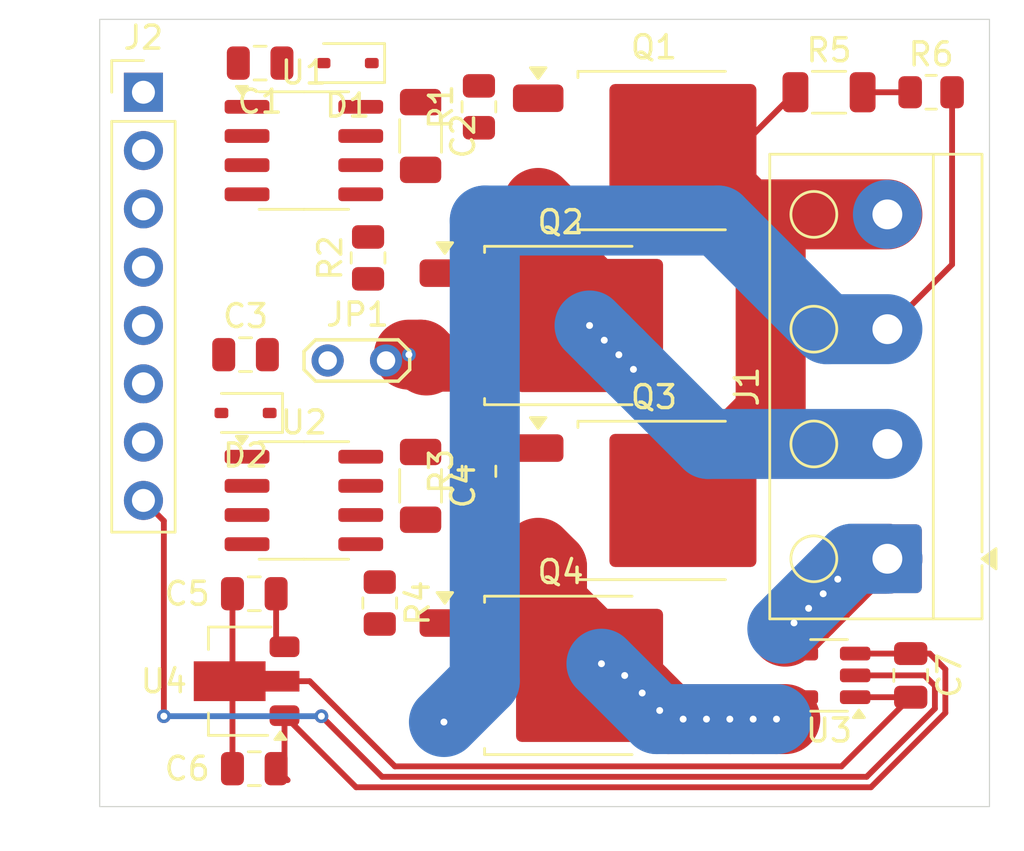
<source format=kicad_pcb>
(kicad_pcb (version 20241229) (generator "pcbnew") (generator_version "9.0")
  (layers (0 "F.Cu" signal) (2 "B.Cu" signal) (13 "F.Paste" user) (15 "B.Paste" user) (5 "F.SilkS" user "F.Silkscreen") (7 "B.SilkS" user "B.Silkscreen") (1 "F.Mask" user) (3 "B.Mask" user) (25 "Edge.Cuts" user))
  (net 0 "")
  (net 1 "GND")
  (net 2 "+15V")
  (net 3 "Net-(D2-K)")
  (net 4 "Net-(D1-K)")
  (net 5 "+5V")
  (net 6 "VBUS")
  (net 7 "/EN")
  (net 8 "/SW2")
  (net 9 "/Isense")
  (net 10 "/SW1")
  (net 11 "/Vsense")
  (net 12 "Net-(Q1-G)")
  (net 13 "Net-(Q2-G)")
  (net 14 "Net-(Q3-G)")
  (net 15 "Net-(Q4-G)")
  (net 16 "Net-(U1-HO)")
  (net 17 "Net-(U1-LO)")
  (net 18 "Net-(U2-HO)")
  (net 19 "Net-(U2-LO)")
  (net 20 "Net-(J1-Pin_1)")
  (net 21 "/SW1_PWR")
  (net 22 "/SW2_PWR")
  (net 23 "GNDPWR")
  (footprint "Package_TO_SOT_SMD:TO-252-2" (layer "F.Cu") (at 166.116 88.9)
    (property "Reference" "Q2" (at 0 -4.5 0) (layer "F.SilkS"))
    (property "Value" "IPD60R360PFD7S")
    (fp_line (start -3.31 -3.45) (end -3.31 -3.18) (stroke (width 0.12)) (layer "F.SilkS"))
    (fp_line (start -3.31 3.45) (end -3.31 3.18) (stroke (width 0.12)) (layer "F.SilkS"))
    (fp_line (start 3.11 -3.45) (end -3.31 -3.45) (stroke (width 0.12)) (layer "F.SilkS"))
    (fp_line (start 3.11 3.45) (end -3.31 3.45) (stroke (width 0.12)) (layer "F.SilkS"))
    (fp_poly (pts (xy -5.04 -3.14) (xy -5.38 -3.61) (xy -4.7 -3.61)) (stroke (width 0.12)) (fill yes) (layer "F.SilkS"))
    (pad "1" smd roundrect (at -5.04 -2.28) (size 2.2 1.2) (layers "F.Cu" "F.Mask" "F.Paste") (roundrect_rratio 0.208333) (net 13 "Net-(Q2-G)"))
    (pad "2" smd roundrect (at 1.26 0) (size 6.4 5.8) (layers "F.Cu" "F.Mask") (roundrect_rratio 0.043103) (net 21 "/SW1_PWR"))
    (pad "3" smd roundrect (at -5.04 2.28) (size 2.2 1.2) (layers "F.Cu" "F.Mask" "F.Paste") (roundrect_rratio 0.208333) (net 23 "GNDPWR"))
  )
  (footprint "Resistor_SMD:R_0805_2012Metric" (layer "F.Cu") (at 158.242 100.9885 -90)
    (property "Reference" "R4" (at 0 -1.65 90) (layer "F.SilkS"))
    (property "Value" "0")
    (fp_line (start -0.227064 0.735) (end 0.227064 0.735) (stroke (width 0.12)) (layer "F.SilkS"))
    (fp_line (start -0.227064 -0.735) (end 0.227064 -0.735) (stroke (width 0.12)) (layer "F.SilkS"))
    (pad "1" smd roundrect (at -0.9125 0 270) (size 1.025 1.4) (layers "F.Cu" "F.Mask" "F.Paste") (roundrect_rratio 0.243902) (net 19 "Net-(U2-LO)"))
    (pad "2" smd roundrect (at 0.9125 0 270) (size 1.025 1.4) (layers "F.Cu" "F.Mask" "F.Paste") (roundrect_rratio 0.243902) (net 15 "Net-(Q4-G)"))
  )
  (footprint "Resistor_SMD:R_1206_3216Metric" (layer "F.Cu") (at 177.8 78.74)
    (property "Reference" "R5" (at 0 -1.83 0) (layer "F.SilkS"))
    (property "Value" "2M")
    (fp_line (start -0.727064 -0.91) (end 0.727064 -0.91) (stroke (width 0.12)) (layer "F.SilkS"))
    (fp_line (start -0.727064 0.91) (end 0.727064 0.91) (stroke (width 0.12)) (layer "F.SilkS"))
    (pad "1" smd roundrect (at -1.4625 0) (size 1.125 1.75) (layers "F.Cu" "F.Mask" "F.Paste") (roundrect_rratio 0.222222) (net 6 "VBUS"))
    (pad "2" smd roundrect (at 1.4625 0) (size 1.125 1.75) (layers "F.Cu" "F.Mask" "F.Paste") (roundrect_rratio 0.222222) (net 11 "/Vsense"))
  )
  (footprint "Package_SO:SOIC-8_3.9x4.9mm_P1.27mm" (layer "F.Cu") (at 154.94 96.52)
    (property "Reference" "U2" (at 0 -3.4 0) (layer "F.SilkS"))
    (property "Value" "IRS2008S")
    (fp_line (start 0 -2.56) (end -1.95 -2.56) (stroke (width 0.12)) (layer "F.SilkS"))
    (fp_line (start 0 -2.56) (end 1.95 -2.56) (stroke (width 0.12)) (layer "F.SilkS"))
    (fp_line (start 0 2.56) (end -1.95 2.56) (stroke (width 0.12)) (layer "F.SilkS"))
    (fp_line (start 0 2.56) (end 1.95 2.56) (stroke (width 0.12)) (layer "F.SilkS"))
    (fp_poly (pts (xy -2.7 -2.465) (xy -2.94 -2.795) (xy -2.46 -2.795)) (stroke (width 0.12)) (fill yes) (layer "F.SilkS"))
    (pad "1" smd roundrect (at -2.475 -1.905) (size 1.95 0.6) (layers "F.Cu" "F.Mask" "F.Paste") (net 2 "+15V"))
    (pad "2" smd roundrect (at -2.475 -0.635) (size 1.95 0.6) (layers "F.Cu" "F.Mask" "F.Paste") (net 8 "/SW2"))
    (pad "3" smd roundrect (at -2.475 0.635) (size 1.95 0.6) (layers "F.Cu" "F.Mask" "F.Paste") (net 7 "/EN"))
    (pad "4" smd roundrect (at -2.475 1.905) (size 1.95 0.6) (layers "F.Cu" "F.Mask" "F.Paste") (net 1 "GND"))
    (pad "5" smd roundrect (at 2.475 1.905) (size 1.95 0.6) (layers "F.Cu" "F.Mask" "F.Paste") (net 19 "Net-(U2-LO)"))
    (pad "6" smd roundrect (at 2.475 0.635) (size 1.95 0.6) (layers "F.Cu" "F.Mask" "F.Paste") (net 22 "/SW2_PWR"))
    (pad "7" smd roundrect (at 2.475 -0.635) (size 1.95 0.6) (layers "F.Cu" "F.Mask" "F.Paste") (net 18 "Net-(U2-HO)"))
    (pad "8" smd roundrect (at 2.475 -1.905) (size 1.95 0.6) (layers "F.Cu" "F.Mask" "F.Paste") (net 3 "Net-(D2-K)"))
  )
  (footprint "Resistor_SMD:R_0805_2012Metric" (layer "F.Cu") (at 157.734 85.9555 90)
    (property "Reference" "R2" (at 0 -1.65 90) (layer "F.SilkS"))
    (property "Value" "0")
    (fp_line (start -0.227064 -0.735) (end 0.227064 -0.735) (stroke (width 0.12)) (layer "F.SilkS"))
    (fp_line (start -0.227064 0.735) (end 0.227064 0.735) (stroke (width 0.12)) (layer "F.SilkS"))
    (pad "1" smd roundrect (at -0.9125 0 90) (size 1.025 1.4) (layers "F.Cu" "F.Mask" "F.Paste") (roundrect_rratio 0.243902) (net 17 "Net-(U1-LO)"))
    (pad "2" smd roundrect (at 0.9125 0 90) (size 1.025 1.4) (layers "F.Cu" "F.Mask" "F.Paste") (roundrect_rratio 0.243902) (net 13 "Net-(Q2-G)"))
  )
  (footprint "Package_TO_SOT_SMD:TO-252-2" (layer "F.Cu") (at 170.18 81.28)
    (property "Reference" "Q1" (at 0 -4.5 0) (layer "F.SilkS"))
    (property "Value" "IPD60R360PFD7S")
    (fp_line (start -3.31 -3.45) (end -3.31 -3.18) (stroke (width 0.12)) (layer "F.SilkS"))
    (fp_line (start -3.31 3.45) (end -3.31 3.18) (stroke (width 0.12)) (layer "F.SilkS"))
    (fp_line (start 3.11 -3.45) (end -3.31 -3.45) (stroke (width 0.12)) (layer "F.SilkS"))
    (fp_line (start 3.11 3.45) (end -3.31 3.45) (stroke (width 0.12)) (layer "F.SilkS"))
    (fp_poly (pts (xy -5.04 -3.14) (xy -5.38 -3.61) (xy -4.7 -3.61)) (stroke (width 0.12)) (fill yes) (layer "F.SilkS"))
    (pad "1" smd roundrect (at -5.04 -2.28) (size 2.2 1.2) (layers "F.Cu" "F.Mask" "F.Paste") (roundrect_rratio 0.208333) (net 12 "Net-(Q1-G)"))
    (pad "2" smd roundrect (at 1.26 0) (size 6.4 5.8) (layers "F.Cu" "F.Mask") (roundrect_rratio 0.043103) (net 6 "VBUS"))
    (pad "3" smd roundrect (at -5.04 2.28) (size 2.2 1.2) (layers "F.Cu" "F.Mask" "F.Paste") (roundrect_rratio 0.208333) (net 21 "/SW1_PWR"))
  )
  (footprint "Resistor_SMD:R_0805_2012Metric" (layer "F.Cu") (at 162.56 79.375 90)
    (property "Reference" "R1" (at 0 -1.65 90) (layer "F.SilkS"))
    (property "Value" "0")
    (fp_line (start -0.227064 -0.735) (end 0.227064 -0.735) (stroke (width 0.12)) (layer "F.SilkS"))
    (fp_line (start -0.227064 0.735) (end 0.227064 0.735) (stroke (width 0.12)) (layer "F.SilkS"))
    (pad "1" smd roundrect (at -0.9125 0 90) (size 1.025 1.4) (layers "F.Cu" "F.Mask" "F.Paste") (roundrect_rratio 0.243902) (net 16 "Net-(U1-HO)"))
    (pad "2" smd roundrect (at 0.9125 0 90) (size 1.025 1.4) (layers "F.Cu" "F.Mask" "F.Paste") (roundrect_rratio 0.243902) (net 12 "Net-(Q1-G)"))
  )
  (footprint "Capacitor_SMD:C_0805_2012Metric" (layer "F.Cu") (at 181.356 104.14 -90)
    (property "Reference" "C7" (at 0 -1.68 90) (layer "F.SilkS"))
    (property "Value" "0.15u")
    (fp_line (start -0.261252 0.735) (end 0.261252 0.735) (stroke (width 0.12)) (layer "F.SilkS"))
    (fp_line (start -0.261252 -0.735) (end 0.261252 -0.735) (stroke (width 0.12)) (layer "F.SilkS"))
    (pad "1" smd roundrect (at -0.95 0 270) (size 1 1.45) (layers "F.Cu" "F.Mask" "F.Paste") (net 5 "+5V"))
    (pad "2" smd roundrect (at 0.95 0 270) (size 1 1.45) (layers "F.Cu" "F.Mask" "F.Paste") (net 1 "GND"))
  )
  (footprint "Connector_PinHeader_2.54mm:PinHeader_1x08_P2.54mm_Vertical" (layer "F.Cu") (at 147.955 78.74)
    (property "Reference" "J2" (at 0 -2.38 0) (layer "F.SilkS"))
    (property "Value" "Conn_01x08_Pin")
    (fp_line (start -1.38 -1.38) (end 0 -1.38) (stroke (width 0.12)) (layer "F.SilkS"))
    (fp_line (start -1.38 0) (end -1.38 -1.38) (stroke (width 0.12)) (layer "F.SilkS"))
    (fp_line (start -1.38 1.27) (end -1.38 19.16) (stroke (width 0.12)) (layer "F.SilkS"))
    (fp_line (start -1.38 1.27) (end 1.38 1.27) (stroke (width 0.12)) (layer "F.SilkS"))
    (fp_line (start -1.38 19.16) (end 1.38 19.16) (stroke (width 0.12)) (layer "F.SilkS"))
    (fp_line (start 1.38 1.27) (end 1.38 19.16) (stroke (width 0.12)) (layer "F.SilkS"))
    (pad "1" thru_hole rect (at 0 0) (size 1.7 1.7) (drill 1) (layers "*.Cu" "*.Mask") (net 2 "+15V"))
    (pad "2" thru_hole circle (at 0 2.54) (size 1.7 1.7) (drill 1) (layers "*.Cu" "*.Mask") (net 5 "+5V"))
    (pad "3" thru_hole circle (at 0 5.08) (size 1.7 1.7) (drill 1) (layers "*.Cu" "*.Mask") (net 1 "GND"))
    (pad "4" thru_hole circle (at 0 7.62) (size 1.7 1.7) (drill 1) (layers "*.Cu" "*.Mask") (net 10 "/SW1"))
    (pad "5" thru_hole circle (at 0 10.16) (size 1.7 1.7) (drill 1) (layers "*.Cu" "*.Mask") (net 8 "/SW2"))
    (pad "6" thru_hole circle (at 0 12.7) (size 1.7 1.7) (drill 1) (layers "*.Cu" "*.Mask") (net 7 "/EN"))
    (pad "7" thru_hole circle (at 0 15.24) (size 1.7 1.7) (drill 1) (layers "*.Cu" "*.Mask") (net 11 "/Vsense"))
    (pad "8" thru_hole circle (at 0 17.78) (size 1.7 1.7) (drill 1) (layers "*.Cu" "*.Mask") (net 9 "/Isense"))
  )
  (footprint "Package_TO_SOT_SMD:TO-252-2" (layer "F.Cu") (at 166.116 104.14)
    (property "Reference" "Q4" (at 0 -4.5 0) (layer "F.SilkS"))
    (property "Value" "IPD60R360PFD7S")
    (fp_line (start -3.31 -3.45) (end -3.31 -3.18) (stroke (width 0.12)) (layer "F.SilkS"))
    (fp_line (start -3.31 3.45) (end -3.31 3.18) (stroke (width 0.12)) (layer "F.SilkS"))
    (fp_line (start 3.11 -3.45) (end -3.31 -3.45) (stroke (width 0.12)) (layer "F.SilkS"))
    (fp_line (start 3.11 3.45) (end -3.31 3.45) (stroke (width 0.12)) (layer "F.SilkS"))
    (fp_poly (pts (xy -5.04 -3.14) (xy -5.38 -3.61) (xy -4.7 -3.61)) (stroke (width 0.12)) (fill yes) (layer "F.SilkS"))
    (pad "1" smd roundrect (at -5.04 -2.28) (size 2.2 1.2) (layers "F.Cu" "F.Mask" "F.Paste") (roundrect_rratio 0.208333) (net 15 "Net-(Q4-G)"))
    (pad "2" smd roundrect (at 1.26 0) (size 6.4 5.8) (layers "F.Cu" "F.Mask") (roundrect_rratio 0.043103) (net 22 "/SW2_PWR"))
    (pad "3" smd roundrect (at -5.04 2.28) (size 2.2 1.2) (layers "F.Cu" "F.Mask" "F.Paste") (roundrect_rratio 0.208333) (net 23 "GNDPWR"))
  )
  (footprint "Package_TO_SOT_SMD:TO-252-2" (layer "F.Cu") (at 170.18 96.52)
    (property "Reference" "Q3" (at 0 -4.5 0) (layer "F.SilkS"))
    (property "Value" "IPD60R360PFD7S")
    (fp_line (start -3.31 -3.45) (end -3.31 -3.18) (stroke (width 0.12)) (layer "F.SilkS"))
    (fp_line (start -3.31 3.45) (end -3.31 3.18) (stroke (width 0.12)) (layer "F.SilkS"))
    (fp_line (start 3.11 -3.45) (end -3.31 -3.45) (stroke (width 0.12)) (layer "F.SilkS"))
    (fp_line (start 3.11 3.45) (end -3.31 3.45) (stroke (width 0.12)) (layer "F.SilkS"))
    (fp_poly (pts (xy -5.04 -3.14) (xy -5.38 -3.61) (xy -4.7 -3.61)) (stroke (width 0.12)) (fill yes) (layer "F.SilkS"))
    (pad "1" smd roundrect (at -5.04 -2.28) (size 2.2 1.2) (layers "F.Cu" "F.Mask" "F.Paste") (roundrect_rratio 0.208333) (net 14 "Net-(Q3-G)"))
    (pad "2" smd roundrect (at 1.26 0) (size 6.4 5.8) (layers "F.Cu" "F.Mask") (roundrect_rratio 0.043103) (net 6 "VBUS"))
    (pad "3" smd roundrect (at -5.04 2.28) (size 2.2 1.2) (layers "F.Cu" "F.Mask" "F.Paste") (roundrect_rratio 0.208333) (net 22 "/SW2_PWR"))
  )
  (footprint "Capacitor_SMD:C_0805_2012Metric" (layer "F.Cu") (at 152.781 108.204 180)
    (property "Reference" "C6" (at 2.921 0 0) (layer "F.SilkS"))
    (property "Value" "0.15u")
    (fp_line (start -0.261252 0.735) (end 0.261252 0.735) (stroke (width 0.12)) (layer "F.SilkS"))
    (fp_line (start -0.261252 -0.735) (end 0.261252 -0.735) (stroke (width 0.12)) (layer "F.SilkS"))
    (pad "1" smd roundrect (at -0.95 0 180) (size 1 1.45) (layers "F.Cu" "F.Mask" "F.Paste") (net 5 "+5V"))
    (pad "2" smd roundrect (at 0.95 0 180) (size 1 1.45) (layers "F.Cu" "F.Mask" "F.Paste") (net 1 "GND"))
  )
  (footprint "Capacitor_SMD:C_0805_2012Metric" (layer "F.Cu") (at 152.781 100.584 180)
    (property "Reference" "C5" (at 2.921 0 0) (layer "F.SilkS"))
    (property "Value" "0.33u")
    (fp_line (start -0.261252 0.735) (end 0.261252 0.735) (stroke (width 0.12)) (layer "F.SilkS"))
    (fp_line (start -0.261252 -0.735) (end 0.261252 -0.735) (stroke (width 0.12)) (layer "F.SilkS"))
    (pad "1" smd roundrect (at -0.95 0 180) (size 1 1.45) (layers "F.Cu" "F.Mask" "F.Paste") (net 2 "+15V"))
    (pad "2" smd roundrect (at 0.95 0 180) (size 1 1.45) (layers "F.Cu" "F.Mask" "F.Paste") (net 1 "GND"))
  )
  (footprint "Capacitor_SMD:C_1206_3216Metric" (layer "F.Cu") (at 160.02 80.645 -90)
    (property "Reference" "C2" (at 0 -1.85 90) (layer "F.SilkS"))
    (property "Value" "100n")
    (fp_line (start -0.711252 0.91) (end 0.711252 0.91) (stroke (width 0.12)) (layer "F.SilkS"))
    (fp_line (start -0.711252 -0.91) (end 0.711252 -0.91) (stroke (width 0.12)) (layer "F.SilkS"))
    (pad "1" smd roundrect (at -1.475 0 270) (size 1.15 1.8) (layers "F.Cu" "F.Mask" "F.Paste") (roundrect_rratio 0.217391) (net 4 "Net-(D1-K)"))
    (pad "2" smd roundrect (at 1.475 0 270) (size 1.15 1.8) (layers "F.Cu" "F.Mask" "F.Paste") (roundrect_rratio 0.217391) (net 21 "/SW1_PWR"))
  )
  (footprint "TestPoint:TestPoint_2Pads_Pitch2.54mm_Drill0.8mm" (layer "F.Cu") (at 155.976 90.424)
    (property "Reference" "JP1" (at 1.3 -2 0) (layer "F.SilkS"))
    (property "Value" "Jumper_2_Bridged")
    (fp_line (start -1.03 -0.4) (end -0.53 -0.9) (stroke (width 0.15)) (layer "F.SilkS"))
    (fp_line (start -1.03 0.4) (end -1.03 -0.4) (stroke (width 0.15)) (layer "F.SilkS"))
    (fp_line (start -0.53 -0.9) (end 3.07 -0.9) (stroke (width 0.15)) (layer "F.SilkS"))
    (fp_line (start -0.53 0.9) (end -1.03 0.4) (stroke (width 0.15)) (layer "F.SilkS"))
    (fp_line (start 3.07 -0.9) (end 3.57 -0.4) (stroke (width 0.15)) (layer "F.SilkS"))
    (fp_line (start 3.07 0.9) (end -0.53 0.9) (stroke (width 0.15)) (layer "F.SilkS"))
    (fp_line (start 3.57 -0.4) (end 3.57 0.4) (stroke (width 0.15)) (layer "F.SilkS"))
    (fp_line (start 3.57 0.4) (end 3.07 0.9) (stroke (width 0.15)) (layer "F.SilkS"))
    (pad "1" thru_hole circle (at 0 0) (size 1.4 1.4) (drill 0.8) (layers "*.Cu" "*.Mask") (net 1 "GND"))
    (pad "2" thru_hole circle (at 2.54 0) (size 1.4 1.4) (drill 0.8) (layers "*.Cu" "*.Mask") (net 23 "GNDPWR"))
  )
  (footprint "Resistor_SMD:R_0805_2012Metric" (layer "F.Cu") (at 162.56 95.25 90)
    (property "Reference" "R3" (at 0 -1.65 90) (layer "F.SilkS"))
    (property "Value" "0")
    (fp_line (start -0.227064 -0.735) (end 0.227064 -0.735) (stroke (width 0.12)) (layer "F.SilkS"))
    (fp_line (start -0.227064 0.735) (end 0.227064 0.735) (stroke (width 0.12)) (layer "F.SilkS"))
    (pad "1" smd roundrect (at -0.9125 0 90) (size 1.025 1.4) (layers "F.Cu" "F.Mask" "F.Paste") (roundrect_rratio 0.243902) (net 18 "Net-(U2-HO)"))
    (pad "2" smd roundrect (at 0.9125 0 90) (size 1.025 1.4) (layers "F.Cu" "F.Mask" "F.Paste") (roundrect_rratio 0.243902) (net 14 "Net-(Q3-G)"))
  )
  (footprint "Diode_SMD:D_SOD-323" (layer "F.Cu") (at 152.4 92.71 180)
    (property "Reference" "D2" (at 0 -1.85 0) (layer "F.SilkS"))
    (property "Value" "BAV21")
    (fp_line (start -1.61 0.85) (end 1.05 0.85) (stroke (width 0.12)) (layer "F.SilkS"))
    (fp_line (start -1.61 -0.85) (end 1.05 -0.85) (stroke (width 0.12)) (layer "F.SilkS"))
    (fp_line (start -1.61 -0.85) (end -1.61 0.85) (stroke (width 0.12)) (layer "F.SilkS"))
    (pad "1" smd roundrect (at -1.05 0 180) (size 0.6 0.45) (layers "F.Cu" "F.Mask" "F.Paste") (net 3 "Net-(D2-K)"))
    (pad "2" smd roundrect (at 1.05 0 180) (size 0.6 0.45) (layers "F.Cu" "F.Mask" "F.Paste") (net 2 "+15V"))
  )
  (footprint "Capacitor_SMD:C_0805_2012Metric" (layer "F.Cu") (at 152.4 90.17)
    (property "Reference" "C3" (at 0 -1.68 0) (layer "F.SilkS"))
    (property "Value" "1u")
    (fp_line (start -0.261252 -0.735) (end 0.261252 -0.735) (stroke (width 0.12)) (layer "F.SilkS"))
    (fp_line (start -0.261252 0.735) (end 0.261252 0.735) (stroke (width 0.12)) (layer "F.SilkS"))
    (pad "1" smd roundrect (at -0.95 0) (size 1 1.45) (layers "F.Cu" "F.Mask" "F.Paste") (net 2 "+15V"))
    (pad "2" smd roundrect (at 0.95 0) (size 1 1.45) (layers "F.Cu" "F.Mask" "F.Paste") (net 1 "GND"))
  )
  (footprint "Diode_SMD:D_SOD-323" (layer "F.Cu") (at 156.845 77.47 180)
    (property "Reference" "D1" (at 0 -1.85 0) (layer "F.SilkS"))
    (property "Value" "BAV21")
    (fp_line (start -1.61 0.85) (end 1.05 0.85) (stroke (width 0.12)) (layer "F.SilkS"))
    (fp_line (start -1.61 -0.85) (end 1.05 -0.85) (stroke (width 0.12)) (layer "F.SilkS"))
    (fp_line (start -1.61 -0.85) (end -1.61 0.85) (stroke (width 0.12)) (layer "F.SilkS"))
    (pad "1" smd roundrect (at -1.05 0 180) (size 0.6 0.45) (layers "F.Cu" "F.Mask" "F.Paste") (net 4 "Net-(D1-K)"))
    (pad "2" smd roundrect (at 1.05 0 180) (size 0.6 0.45) (layers "F.Cu" "F.Mask" "F.Paste") (net 2 "+15V"))
  )
  (footprint "Capacitor_SMD:C_0805_2012Metric" (layer "F.Cu") (at 153.035 77.47 180)
    (property "Reference" "C1" (at 0 -1.68 0) (layer "F.SilkS"))
    (property "Value" "1u")
    (fp_line (start -0.261252 0.735) (end 0.261252 0.735) (stroke (width 0.12)) (layer "F.SilkS"))
    (fp_line (start -0.261252 -0.735) (end 0.261252 -0.735) (stroke (width 0.12)) (layer "F.SilkS"))
    (pad "1" smd roundrect (at -0.95 0 180) (size 1 1.45) (layers "F.Cu" "F.Mask" "F.Paste") (net 2 "+15V"))
    (pad "2" smd roundrect (at 0.95 0 180) (size 1 1.45) (layers "F.Cu" "F.Mask" "F.Paste") (net 1 "GND"))
  )
  (footprint "Resistor_SMD:R_0805_2012Metric" (layer "F.Cu") (at 182.245 78.74)
    (property "Reference" "R6" (at 0 -1.65 0) (layer "F.SilkS"))
    (property "Value" "50k")
    (fp_line (start -0.227064 -0.735) (end 0.227064 -0.735) (stroke (width 0.12)) (layer "F.SilkS"))
    (fp_line (start -0.227064 0.735) (end 0.227064 0.735) (stroke (width 0.12)) (layer "F.SilkS"))
    (pad "1" smd roundrect (at -0.9125 0) (size 1.025 1.4) (layers "F.Cu" "F.Mask" "F.Paste") (roundrect_rratio 0.243902) (net 11 "/Vsense"))
    (pad "2" smd roundrect (at 0.9125 0) (size 1.025 1.4) (layers "F.Cu" "F.Mask" "F.Paste") (roundrect_rratio 0.243902) (net 23 "GNDPWR"))
  )
  (footprint "Capacitor_SMD:C_1206_3216Metric" (layer "F.Cu") (at 160.02 95.885 -90)
    (property "Reference" "C4" (at 0 -1.85 90) (layer "F.SilkS"))
    (property "Value" "100n")
    (fp_line (start -0.711252 0.91) (end 0.711252 0.91) (stroke (width 0.12)) (layer "F.SilkS"))
    (fp_line (start -0.711252 -0.91) (end 0.711252 -0.91) (stroke (width 0.12)) (layer "F.SilkS"))
    (pad "1" smd roundrect (at -1.475 0 270) (size 1.15 1.8) (layers "F.Cu" "F.Mask" "F.Paste") (roundrect_rratio 0.217391) (net 3 "Net-(D2-K)"))
    (pad "2" smd roundrect (at 1.475 0 270) (size 1.15 1.8) (layers "F.Cu" "F.Mask" "F.Paste") (roundrect_rratio 0.217391) (net 22 "/SW2_PWR"))
  )
  (footprint "Package_TO_SOT_SMD:SOT-23-5" (layer "F.Cu") (at 177.8 104.14 180)
    (property "Reference" "U3" (at 0 -2.4 0) (layer "F.SilkS"))
    (property "Value" "ACS37042")
    (fp_line (start 0 1.56) (end 0.8 1.56) (stroke (width 0.12)) (layer "F.SilkS"))
    (fp_line (start 0 1.56) (end -0.8 1.56) (stroke (width 0.12)) (layer "F.SilkS"))
    (fp_line (start 0 -1.56) (end 0.8 -1.56) (stroke (width 0.12)) (layer "F.SilkS"))
    (fp_line (start 0 -1.56) (end -0.8 -1.56) (stroke (width 0.12)) (layer "F.SilkS"))
    (fp_poly (pts (xy -1.3 -1.51) (xy -1.54 -1.84) (xy -1.06 -1.84)) (stroke (width 0.12)) (fill yes) (layer "F.SilkS"))
    (pad "1" smd roundrect (at -1.1375 -0.95 180) (size 1.325 0.6) (layers "F.Cu" "F.Mask" "F.Paste") (net 1 "GND"))
    (pad "2" smd roundrect (at -1.1375 0 180) (size 1.325 0.6) (layers "F.Cu" "F.Mask" "F.Paste") (net 9 "/Isense"))
    (pad "3" smd roundrect (at -1.1375 0.95 180) (size 1.325 0.6) (layers "F.Cu" "F.Mask" "F.Paste") (net 5 "+5V"))
    (pad "4" smd roundrect (at 1.1375 0.95 180) (size 1.325 0.6) (layers "F.Cu" "F.Mask" "F.Paste") (net 20 "Net-(J1-Pin_1)"))
    (pad "5" smd roundrect (at 1.1375 -0.95 180) (size 1.325 0.6) (layers "F.Cu" "F.Mask" "F.Paste") (net 22 "/SW2_PWR"))
  )
  (footprint "Package_TO_SOT_SMD:SOT-89-3" (layer "F.Cu") (at 152.146 104.394 180)
    (property "Reference" "U4" (at 3.302 0 0) (layer "F.SilkS"))
    (property "Value" "L78L05_SOT89")
    (fp_line (start 1.36 2.36) (end -1.36 2.36) (stroke (width 0.12)) (layer "F.SilkS"))
    (fp_line (start 1.36 1.38) (end 1.36 2.36) (stroke (width 0.12)) (layer "F.SilkS"))
    (fp_line (start 1.36 -1.38) (end 1.36 -2.36) (stroke (width 0.12)) (layer "F.SilkS"))
    (fp_line (start -1.22 -2.36) (end 1.36 -2.36) (stroke (width 0.12)) (layer "F.SilkS"))
    (fp_poly (pts (xy -1.77 -2.21) (xy -2.01 -2.54) (xy -1.53 -2.54) (xy -1.77 -2.21)) (stroke (width 0.12)) (fill yes) (layer "F.SilkS"))
    (pad "1" smd roundrect (at -1.95 -1.5 180) (size 1.3 0.9) (layers "F.Cu" "F.Mask" "F.Paste") (net 5 "+5V"))
    (pad "2" smd custom (at -1.8625 0 180) (size 1.475 0.9) (layers "F.Cu" "F.Mask" "F.Paste") (net 1 "GND") (options (clearance outline) (anchor rect)) (primitives (gr_poly (pts (xy 3.8625 0.8665) (xy 0.7375 0.8665) (xy 0.7375 -0.8665) (xy 3.8625 -0.8665)) (width 0) (fill yes))))
    (pad "3" smd roundrect (at -1.95 1.5 180) (size 1.3 0.9) (layers "F.Cu" "F.Mask" "F.Paste") (net 2 "+15V"))
  )
  (footprint "Package_SO:SOIC-8_3.9x4.9mm_P1.27mm" (layer "F.Cu") (at 154.94 81.28)
    (property "Reference" "U1" (at 0 -3.4 0) (layer "F.SilkS"))
    (property "Value" "IRS2008S")
    (fp_line (start 0 -2.56) (end -1.95 -2.56) (stroke (width 0.12)) (layer "F.SilkS"))
    (fp_line (start 0 -2.56) (end 1.95 -2.56) (stroke (width 0.12)) (layer "F.SilkS"))
    (fp_line (start 0 2.56) (end -1.95 2.56) (stroke (width 0.12)) (layer "F.SilkS"))
    (fp_line (start 0 2.56) (end 1.95 2.56) (stroke (width 0.12)) (layer "F.SilkS"))
    (fp_poly (pts (xy -2.7 -2.465) (xy -2.94 -2.795) (xy -2.46 -2.795)) (stroke (width 0.12)) (fill yes) (layer "F.SilkS"))
    (pad "1" smd roundrect (at -2.475 -1.905) (size 1.95 0.6) (layers "F.Cu" "F.Mask" "F.Paste") (net 2 "+15V"))
    (pad "2" smd roundrect (at -2.475 -0.635) (size 1.95 0.6) (layers "F.Cu" "F.Mask" "F.Paste") (net 10 "/SW1"))
    (pad "3" smd roundrect (at -2.475 0.635) (size 1.95 0.6) (layers "F.Cu" "F.Mask" "F.Paste") (net 7 "/EN"))
    (pad "4" smd roundrect (at -2.475 1.905) (size 1.95 0.6) (layers "F.Cu" "F.Mask" "F.Paste") (net 1 "GND"))
    (pad "5" smd roundrect (at 2.475 1.905) (size 1.95 0.6) (layers "F.Cu" "F.Mask" "F.Paste") (net 17 "Net-(U1-LO)"))
    (pad "6" smd roundrect (at 2.475 0.635) (size 1.95 0.6) (layers "F.Cu" "F.Mask" "F.Paste") (net 21 "/SW1_PWR"))
    (pad "7" smd roundrect (at 2.475 -0.635) (size 1.95 0.6) (layers "F.Cu" "F.Mask" "F.Paste") (net 16 "Net-(U1-HO)"))
    (pad "8" smd roundrect (at 2.475 -1.905) (size 1.95 0.6) (layers "F.Cu" "F.Mask" "F.Paste") (net 4 "Net-(D1-K)"))
  )
  (footprint "TerminalBlock_Altech:Altech_AK100_1x04_P5.00mm" (layer "F.Cu") (at 180.34 99.06 90)
    (property "Reference" "J1" (at 7.5 -6.12 90) (layer "F.SilkS"))
    (property "Value" "Screw_Terminal_01x04")
    (fp_line (start 17.62 -5.12) (end 17.62 4.12) (stroke (width 0.12)) (layer "F.SilkS"))
    (fp_line (start -2.62 -5.12) (end 17.62 -5.12) (stroke (width 0.12)) (layer "F.SilkS"))
    (fp_line (start -2.62 2) (end 17.62 2) (stroke (width 0.12)) (layer "F.SilkS"))
    (fp_line (start 17.62 4.12) (end 0.3 4.12) (stroke (width 0.12)) (layer "F.SilkS"))
    (fp_line (start -0.3 4.12) (end -2.62 4.12) (stroke (width 0.12)) (layer "F.SilkS"))
    (fp_line (start -2.62 4.12) (end -2.62 -5.12) (stroke (width 0.12)) (layer "F.SilkS"))
    (fp_circle (center 15 -3.2) (end 16 -3.2) (stroke (width 0.12)) (fill no) (layer "F.SilkS"))
    (fp_circle (center 10 -3.2) (end 11 -3.2) (stroke (width 0.12)) (fill no) (layer "F.SilkS"))
    (fp_circle (center 5 -3.2) (end 6 -3.2) (stroke (width 0.12)) (fill no) (layer "F.SilkS"))
    (fp_circle (center 0 -3.2) (end 1 -3.2) (stroke (width 0.12)) (fill no) (layer "F.SilkS"))
    (fp_poly (pts (xy 0 4.12) (xy 0.44 4.73) (xy -0.44 4.73)) (stroke (width 0.12)) (fill yes) (layer "F.SilkS"))
    (pad "1" thru_hole roundrect (at 0 0 90) (size 3 3) (drill 1.3) (layers "*.Cu" "*.Mask") (roundrect_rratio 0.083333) (net 20 "Net-(J1-Pin_1)"))
    (pad "2" thru_hole circle (at 5 0 90) (size 3 3) (drill 1.3) (layers "*.Cu" "*.Mask") (net 21 "/SW1_PWR"))
    (pad "3" thru_hole circle (at 10 0 90) (size 3 3) (drill 1.3) (layers "*.Cu" "*.Mask") (net 23 "GNDPWR"))
    (pad "4" thru_hole circle (at 15 0 90) (size 3 3) (drill 1.3) (layers "*.Cu" "*.Mask") (net 6 "VBUS"))
  )
  (gr_rect (start 146.05 75.565) (end 184.785 109.855) (stroke (width 0.05)) (fill no) (layer "Edge.Cuts"))
  (segment (start 155.194 104.394) (end 154.0085 104.394) (width 0.254) (layer "F.Cu") (net 1))
  (segment (start 181.356 105.09) (end 178.3426 108.1034) (width 0.254) (layer "F.Cu") (net 1))
  (segment (start 151.831 108.204) (end 151.831 100.584) (width 0.254) (layer "F.Cu") (net 1))
  (segment (start 178.3426 108.1034) (end 158.9034 108.1034) (width 0.254) (layer "F.Cu") (net 1))
  (segment (start 181.356 105.09) (end 178.9375 105.09) (width 0.254) (layer "F.Cu") (net 1))
  (segment (start 158.9034 108.1034) (end 155.194 104.394) (width 0.254) (layer "F.Cu") (net 1))
  (segment (start 153.731 100.584) (end 153.731 102.529) (width 0.254) (layer "F.Cu") (net 2))
  (segment (start 153.731 102.529) (end 154.096 102.894) (width 0.254) (layer "F.Cu") (net 2))
  (segment (start 182.184 103.19) (end 181.356 103.19) (width 0.254) (layer "F.Cu") (net 5))
  (segment (start 181.356 103.19) (end 178.9375 103.19) (width 0.254) (layer "F.Cu") (net 5))
  (segment (start 182.864 103.87) (end 182.184 103.19) (width 0.254) (layer "F.Cu") (net 5))
  (segment (start 179.62541 109.0134) (end 182.864 105.774809) (width 0.254) (layer "F.Cu") (net 5))
  (segment (start 154.096 107.839) (end 153.731 108.204) (width 0.254) (layer "F.Cu") (net 5))
  (segment (start 182.864 105.774809) (end 182.864 103.87) (width 0.254) (layer "F.Cu") (net 5))
  (segment (start 154.096 105.894) (end 154.096 107.839) (width 0.254) (layer "F.Cu") (net 5))
  (segment (start 154.096 105.894) (end 157.2154 109.0134) (width 0.254) (layer "F.Cu") (net 5))
  (segment (start 157.2154 109.0134) (end 179.62541 109.0134) (width 0.254) (layer "F.Cu") (net 5))
  (segment (start 153.731 108.204) (end 154.230938 108.703938) (width 0.254) (layer "F.Cu") (net 5))
  (segment (start 171.44 96.52) (end 175.26 92.7) (width 3.048) (layer "F.Cu") (net 6))
  (segment (start 180.34 84.06) (end 175.26 84.06) (width 3.048) (layer "F.Cu") (net 6))
  (segment (start 173.7975 81.28) (end 171.44 81.28) (width 0.254) (layer "F.Cu") (net 6))
  (segment (start 175.26 92.7) (end 175.26 84.06) (width 3.048) (layer "F.Cu") (net 6))
  (segment (start 174.22 84.06) (end 171.44 81.28) (width 3.048) (layer "F.Cu") (net 6))
  (segment (start 176.3375 78.74) (end 173.7975 81.28) (width 0.254) (layer "F.Cu") (net 6))
  (segment (start 175.26 84.06) (end 174.22 84.06) (width 3.048) (layer "F.Cu") (net 6))
  (segment (start 182.409 104.593658) (end 181.955342 104.14) (width 0.254) (layer "F.Cu") (net 9))
  (segment (start 155.702 105.918) (end 158.3424 108.5584) (width 0.254) (layer "F.Cu") (net 9))
  (segment (start 182.409 105.586342) (end 182.409 104.593658) (width 0.254) (layer "F.Cu") (net 9))
  (segment (start 158.3424 108.5584) (end 179.436942 108.5584) (width 0.254) (layer "F.Cu") (net 9))
  (segment (start 148.844 97.409) (end 148.844 105.918) (width 0.254) (layer "F.Cu") (net 9))
  (segment (start 179.436942 108.5584) (end 182.409 105.586342) (width 0.254) (layer "F.Cu") (net 9))
  (segment (start 147.955 96.52) (end 148.844 97.409) (width 0.254) (layer "F.Cu") (net 9))
  (segment (start 181.955342 104.14) (end 178.9375 104.14) (width 0.254) (layer "F.Cu") (net 9))
  (via (at 148.844 105.918) (size 0.6) (drill 0.3) (layers "F.Cu" "B.Cu") (net 9))
  (via (at 155.702 105.918) (size 0.6) (drill 0.3) (layers "F.Cu" "B.Cu") (net 9))
  (segment (start 155.702 105.918) (end 148.844 105.918) (width 0.254) (layer "B.Cu") (net 9))
  (segment (start 181.3325 78.74) (end 179.2625 78.74) (width 0.254) (layer "F.Cu") (net 11))
  (segment (start 179.07 99.06) (end 178.181 99.949) (width 3.048) (layer "F.Cu") (net 20))
  (segment (start 180.34 99.06) (end 179.07 99.06) (width 3.048) (layer "F.Cu") (net 20))
  (segment (start 176.276 101.854) (end 175.895 102.235) (width 3.048) (layer "F.Cu") (net 20))
  (segment (start 178.181 99.949) (end 177.546 100.584) (width 3.048) (layer "F.Cu") (net 20))
  (segment (start 176.911 101.219) (end 176.276 101.854) (width 3.048) (layer "F.Cu") (net 20))
  (segment (start 177.546 100.584) (end 176.911 101.219) (width 3.048) (layer "F.Cu") (net 20))
  (via (at 176.276 101.854) (size 0.6) (drill 0.3) (layers "F.Cu" "B.Cu") (net 20))
  (via (at 178.181 99.949) (size 0.6) (drill 0.3) (layers "F.Cu" "B.Cu") (net 20))
  (via (at 176.911 101.219) (size 0.6) (drill 0.3) (layers "F.Cu" "B.Cu") (net 20))
  (via (at 177.546 100.584) (size 0.6) (drill 0.3) (layers "F.Cu" "B.Cu") (net 20))
  (segment (start 178.816 99.06) (end 175.768 102.108) (width 3.048) (layer "B.Cu") (net 20))
  (segment (start 180.34 99.06) (end 178.816 99.06) (width 3.048) (layer "B.Cu") (net 20))
  (segment (start 165.74 84.16) (end 165.74 85.74) (width 3.048) (layer "F.Cu") (net 21))
  (segment (start 165.14 83.56) (end 165.74 84.16) (width 3.048) (layer "F.Cu") (net 21))
  (segment (start 167.376 87.376) (end 167.376 88.9) (width 3.048) (layer "F.Cu") (net 21))
  (segment (start 165.74 85.74) (end 167.376 87.376) (width 3.048) (layer "F.Cu") (net 21))
  (via (at 169.286 90.81) (size 0.6) (drill 0.3) (layers "F.Cu" "B.Cu") (net 21))
  (via (at 168.016 89.54) (size 0.6) (drill 0.3) (layers "F.Cu" "B.Cu") (net 21))
  (via (at 168.651 90.175) (size 0.6) (drill 0.3) (layers "F.Cu" "B.Cu") (net 21))
  (via (at 167.376 88.9) (size 0.6) (drill 0.3) (layers "F.Cu" "B.Cu") (net 21))
  (segment (start 169.286 90.81) (end 168.651 90.175) (width 3.048) (layer "B.Cu") (net 21))
  (segment (start 172.536 94.06) (end 169.286 90.81) (width 3.048) (layer "B.Cu") (net 21))
  (segment (start 168.651 90.175) (end 168.016 89.54) (width 3.048) (layer "B.Cu") (net 21))
  (segment (start 180.34 94.06) (end 172.536 94.06) (width 3.048) (layer "B.Cu") (net 21))
  (segment (start 168.016 89.54) (end 167.376 88.9) (width 3.048) (layer "B.Cu") (net 21))
  (segment (start 174.498 106.045) (end 175.514 106.045) (width 3.048) (layer "F.Cu") (net 22))
  (segment (start 165.74 99.4) (end 165.74 100.98) (width 3.048) (layer "F.Cu") (net 22))
  (segment (start 170.429 105.669) (end 170.805 106.045) (width 3.048) (layer "F.Cu") (net 22))
  (segment (start 168.9 104.14) (end 168.905 104.145) (width 3.048) (layer "F.Cu") (net 22))
  (segment (start 175.514 106.045) (end 175.895 106.045) (width 3.048) (layer "F.Cu") (net 22))
  (segment (start 165.74 100.98) (end 167.376 102.616) (width 3.048) (layer "F.Cu") (net 22))
  (segment (start 168.905 104.145) (end 169.667 104.907) (width 3.048) (layer "F.Cu") (net 22))
  (segment (start 173.482 106.045) (end 174.498 106.045) (width 3.048) (layer "F.Cu") (net 22))
  (segment (start 170.805 106.045) (end 171.45 106.045) (width 3.048) (layer "F.Cu") (net 22))
  (segment (start 169.667 104.907) (end 170.429 105.669) (width 3.048) (layer "F.Cu") (net 22))
  (segment (start 172.466 106.045) (end 173.482 106.045) (width 3.048) (layer "F.Cu") (net 22))
  (segment (start 167.376 102.616) (end 167.376 104.14) (width 3.048) (layer "F.Cu") (net 22))
  (segment (start 171.45 106.045) (end 172.466 106.045) (width 3.048) (layer "F.Cu") (net 22))
  (segment (start 165.14 98.8) (end 165.74 99.4) (width 3.048) (layer "F.Cu") (net 22))
  (segment (start 167.376 104.14) (end 168.9 104.14) (width 3.048) (layer "F.Cu") (net 22))
  (via (at 175.514 106.045) (size 0.6) (drill 0.3) (layers "F.Cu" "B.Cu") (net 22))
  (via (at 172.466 106.045) (size 0.6) (drill 0.3) (layers "F.Cu" "B.Cu") (net 22))
  (via (at 173.482 106.045) (size 0.6) (drill 0.3) (layers "F.Cu" "B.Cu") (net 22))
  (via (at 168.905 104.145) (size 0.6) (drill 0.3) (layers "F.Cu" "B.Cu") (net 22))
  (via (at 167.894 103.632) (size 0.6) (drill 0.3) (layers "F.Cu" "B.Cu") (net 22))
  (via (at 170.429 105.669) (size 0.6) (drill 0.3) (layers "F.Cu" "B.Cu") (net 22))
  (via (at 169.667 104.907) (size 0.6) (drill 0.3) (layers "F.Cu" "B.Cu") (net 22))
  (via (at 174.498 106.045) (size 0.6) (drill 0.3) (layers "F.Cu" "B.Cu") (net 22))
  (via (at 171.45 106.045) (size 0.6) (drill 0.3) (layers "F.Cu" "B.Cu") (net 22))
  (segment (start 170.307 106.045) (end 167.894 103.632) (width 3.048) (layer "B.Cu") (net 22))
  (segment (start 175.514 106.045) (end 170.307 106.045) (width 3.048) (layer "B.Cu") (net 22))
  (segment (start 160.02 90.17) (end 160.274 90.424) (width 3.048) (layer "F.Cu") (net 23))
  (segment (start 183.1575 78.74) (end 183.1575 86.2425) (width 0.254) (layer "F.Cu") (net 23))
  (segment (start 183.1575 86.2425) (end 180.34 89.06) (width 0.254) (layer "F.Cu") (net 23))
  (segment (start 159.512 90.17) (end 160.02 90.17) (width 3.048) (layer "F.Cu") (net 23))
  (via (at 159.512 90.17) (size 0.6) (drill 0.3) (layers "F.Cu" "B.Cu") (net 23))
  (via (at 161.036 106.172) (size 0.6) (drill 0.3) (layers "F.Cu" "B.Cu") (net 23))
  (segment (start 162.814 104.394) (end 161.036 106.172) (width 3.048) (layer "B.Cu") (net 23))
  (segment (start 177.706 89.06) (end 172.974 84.328) (width 3.048) (layer "B.Cu") (net 23))
  (segment (start 162.814 84.328) (end 162.814 104.394) (width 3.048) (layer "B.Cu") (net 23))
  (segment (start 172.974 84.328) (end 162.814 84.328) (width 3.048) (layer "B.Cu") (net 23))
  (segment (start 180.34 89.06) (end 177.706 89.06) (width 3.048) (layer "B.Cu") (net 23))
)
</source>
